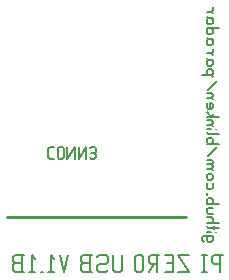
<source format=gbr>
G04 start of page 9 for group -4078 idx -4078 *
G04 Title: (unknown), bottomsilk *
G04 Creator: pcb 4.2.0 *
G04 CreationDate: Thu Feb 27 09:32:16 2020 UTC *
G04 For: blinken *
G04 Format: Gerber/RS-274X *
G04 PCB-Dimensions (mm): 65.00 56.00 *
G04 PCB-Coordinate-Origin: lower left *
%MOMM*%
%FSLAX43Y43*%
%LNBOTTOMSILK*%
%ADD61C,0.254*%
%ADD60C,0.150*%
G54D60*X19888Y31881D02*X19761Y32008D01*
X19888Y31627D02*Y31881D01*
X19761Y31500D02*X19888Y31627D01*
X19507Y31500D02*X19761D01*
X19507D02*X19380Y31627D01*
Y31881D01*
X19507Y32008D01*
X19126Y31500D02*X18999Y31627D01*
Y31881D01*
X19126Y32008D01*
X19888D01*
X20117Y32313D02*X20142D01*
X19380D02*X19761D01*
X19507Y32694D02*X20396D01*
X19507D02*X19380Y32821D01*
X20015Y32567D02*Y32821D01*
X19380Y33075D02*X20396D01*
X19761D02*X19888Y33202D01*
Y33456D01*
X19761Y33583D01*
X19380D02*X19761D01*
X19507Y33888D02*X19888D01*
X19507D02*X19380Y34015D01*
Y34269D01*
X19507Y34396D01*
X19888D01*
X19380Y34700D02*X20396D01*
X19507D02*X19380Y34827D01*
Y35081D01*
X19507Y35208D01*
X19761D01*
X19888Y35081D02*X19761Y35208D01*
X19888Y34827D02*Y35081D01*
X19761Y34700D02*X19888Y34827D01*
X19380Y35513D02*Y35640D01*
X19888Y36072D02*Y36453D01*
X19761Y35945D02*X19888Y36072D01*
X19507Y35945D02*X19761D01*
X19507D02*X19380Y36072D01*
Y36453D01*
X19507Y36758D02*X19761D01*
X19888Y36885D01*
Y37139D01*
X19761Y37266D01*
X19507D02*X19761D01*
X19380Y37139D02*X19507Y37266D01*
X19380Y36885D02*Y37139D01*
X19507Y36758D02*X19380Y36885D01*
Y37698D02*X19761D01*
X19888Y37825D01*
Y37952D01*
X19761Y38079D01*
X19380D02*X19761D01*
X19888Y38206D01*
Y38333D01*
X19761Y38460D01*
X19380D02*X19761D01*
X19888Y37571D02*X19761Y37698D01*
X19507Y38764D02*X20269Y39526D01*
X19380Y39831D02*X20396D01*
X19507D02*X19380Y39958D01*
Y40212D01*
X19507Y40339D01*
X19761D01*
X19888Y40212D02*X19761Y40339D01*
X19888Y39958D02*Y40212D01*
X19761Y39831D02*X19888Y39958D01*
X19507Y40644D02*X20396D01*
X19507D02*X19380Y40771D01*
X20117Y41025D02*X20142D01*
X19380D02*X19761D01*
X19380Y41406D02*X19761D01*
X19888Y41533D01*
Y41660D01*
X19761Y41787D01*
X19380D02*X19761D01*
X19888Y41279D02*X19761Y41406D01*
X19380Y42092D02*X20396D01*
X19761D02*X19380Y42473D01*
X19761Y42092D02*X20015Y42346D01*
X19380Y42905D02*Y43286D01*
X19507Y42778D02*X19380Y42905D01*
X19507Y42778D02*X19761D01*
X19888Y42905D01*
Y43159D01*
X19761Y43286D01*
X19634Y42778D02*Y43286D01*
X19761D01*
X19380Y43717D02*X19761D01*
X19888Y43844D01*
Y43971D01*
X19761Y44098D01*
X19380D02*X19761D01*
X19888Y43590D02*X19761Y43717D01*
X19507Y44403D02*X20269Y45165D01*
X18999Y45597D02*X19761D01*
X19888Y45470D02*X19761Y45597D01*
X19888Y45724D01*
Y45978D01*
X19761Y46105D01*
X19507D02*X19761D01*
X19380Y45978D02*X19507Y46105D01*
X19380Y45724D02*Y45978D01*
X19507Y45597D02*X19380Y45724D01*
X19888Y46791D02*X19761Y46918D01*
X19888Y46537D02*Y46791D01*
X19761Y46410D02*X19888Y46537D01*
X19507Y46410D02*X19761D01*
X19507D02*X19380Y46537D01*
X19507Y46918D02*X19888D01*
X19507D02*X19380Y47045D01*
Y46537D02*Y46791D01*
X19507Y46918D01*
X19380Y47477D02*X19761D01*
X19888Y47604D01*
Y47858D01*
Y47350D02*X19761Y47477D01*
X19888Y48543D02*X19761Y48670D01*
X19888Y48289D02*Y48543D01*
X19761Y48162D02*X19888Y48289D01*
X19507Y48162D02*X19761D01*
X19507D02*X19380Y48289D01*
X19507Y48670D02*X19888D01*
X19507D02*X19380Y48797D01*
Y48289D02*Y48543D01*
X19507Y48670D01*
X19380Y49610D02*X20396D01*
X19380Y49483D02*X19507Y49610D01*
X19380Y49229D02*Y49483D01*
X19507Y49102D02*X19380Y49229D01*
X19507Y49102D02*X19761D01*
X19888Y49229D01*
Y49483D01*
X19761Y49610D01*
X19888Y50296D02*X19761Y50423D01*
X19888Y50042D02*Y50296D01*
X19761Y49915D02*X19888Y50042D01*
X19507Y49915D02*X19761D01*
X19507D02*X19380Y50042D01*
X19507Y50423D02*X19888D01*
X19507D02*X19380Y50550D01*
Y50042D02*Y50296D01*
X19507Y50423D01*
X19380Y50982D02*X19761D01*
X19888Y51109D01*
Y51363D01*
Y50855D02*X19761Y50982D01*
X20517Y28921D02*Y30384D01*
X19968D02*X20700D01*
X19968D02*X19786Y30201D01*
Y29836D02*Y30201D01*
X19968Y29653D02*X19786Y29836D01*
X19968Y29653D02*X20517D01*
X18981Y30384D02*X19347D01*
X19164Y28921D02*Y30384D01*
X18981Y28921D02*X19347D01*
X16969Y30384D02*X17884D01*
Y28921D02*X16969Y30384D01*
Y28921D02*X17884D01*
X15982Y29726D02*X16530D01*
X15799Y28921D02*X16530D01*
Y30384D01*
X15799D02*X16530D01*
X14628D02*X15360D01*
X14628D02*X14445Y30201D01*
Y29836D02*Y30201D01*
X14628Y29653D02*X14445Y29836D01*
X14628Y29653D02*X15177D01*
Y28921D02*Y30384D01*
X14884Y29653D02*X14445Y28921D01*
X14007Y29104D02*Y30201D01*
X13824Y30384D01*
X13458D02*X13824D01*
X13458D02*X13275Y30201D01*
Y29104D02*Y30201D01*
X13458Y28921D02*X13275Y29104D01*
X13458Y28921D02*X13824D01*
X14007Y29104D02*X13824Y28921D01*
X12178Y29104D02*Y30384D01*
Y29104D02*X11995Y28921D01*
X11629D02*X11995D01*
X11629D02*X11446Y29104D01*
Y30384D01*
X10276D02*X10093Y30201D01*
X10276Y30384D02*X10824D01*
X11007Y30201D02*X10824Y30384D01*
X11007Y29836D02*Y30201D01*
Y29836D02*X10824Y29653D01*
X10276D02*X10824D01*
X10276D02*X10093Y29470D01*
Y29104D02*Y29470D01*
X10276Y28921D02*X10093Y29104D01*
X10276Y28921D02*X10824D01*
X11007Y29104D02*X10824Y28921D01*
X8923D02*X9654D01*
X8923D02*X8740Y29104D01*
Y29543D01*
X8923Y29726D02*X8740Y29543D01*
X8923Y29726D02*X9471D01*
Y28921D02*Y30384D01*
X8923D02*X9654D01*
X8923D02*X8740Y30201D01*
Y29909D02*Y30201D01*
X8923Y29726D02*X8740Y29909D01*
X7642Y30384D02*X7277Y28921D01*
X6911Y30384D01*
X6472Y30092D02*X6179Y30384D01*
Y28921D02*Y30384D01*
X5923Y28921D02*X6472D01*
X5301D02*X5484D01*
X4863Y30092D02*X4570Y30384D01*
Y28921D02*Y30384D01*
X4314Y28921D02*X4863D01*
X3144D02*X3875D01*
X3144D02*X2961Y29104D01*
Y29543D01*
X3144Y29726D02*X2961Y29543D01*
X3144Y29726D02*X3692D01*
Y28921D02*Y30384D01*
X3144D02*X3875D01*
X3144D02*X2961Y30201D01*
Y29909D02*Y30201D01*
X3144Y29726D02*X2961Y29909D01*
G54D61*X2450Y33650D02*X17650D01*
G54D60*X6128Y39570D02*X6458D01*
X5950Y39392D02*X6128Y39570D01*
X5950Y38732D02*Y39392D01*
Y38732D02*X6128Y38554D01*
X6458D01*
X6763Y38681D02*Y39443D01*
Y38681D02*X6890Y38554D01*
X7144D01*
X7271Y38681D01*
Y39443D01*
X7144Y39570D02*X7271Y39443D01*
X6890Y39570D02*X7144D01*
X6763Y39443D02*X6890Y39570D01*
X7576Y38554D02*Y39570D01*
Y38554D02*X8211Y39570D01*
Y38554D02*Y39570D01*
X8515Y38554D02*Y39570D01*
Y38554D02*X9150Y39570D01*
Y38554D02*Y39570D01*
X9455Y38681D02*X9582Y38554D01*
X9836D01*
X9963Y38681D01*
X9836Y39570D02*X9963Y39443D01*
X9582Y39570D02*X9836D01*
X9455Y39443D02*X9582Y39570D01*
Y39011D02*X9836D01*
X9963Y38681D02*Y38884D01*
Y39138D02*Y39443D01*
Y39138D02*X9836Y39011D01*
X9963Y38884D02*X9836Y39011D01*
M02*

</source>
